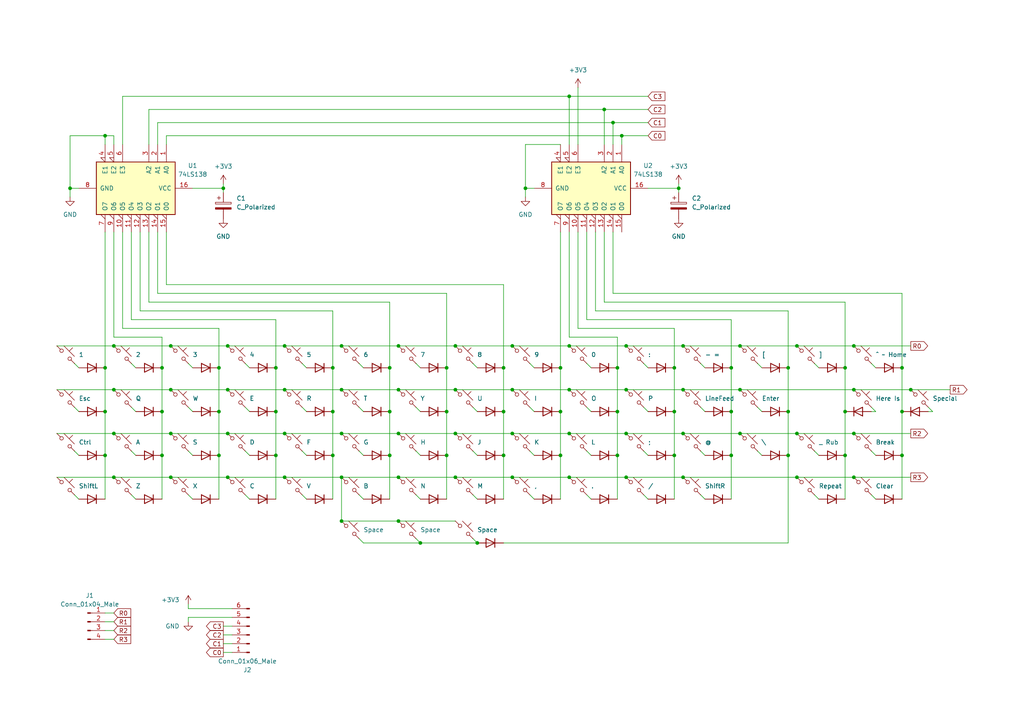
<source format=kicad_sch>
(kicad_sch (version 20211123) (generator eeschema)
  (paper "A4")
  (junction (at 33.02 100.33))
  (junction (at 148.59 113.03))
  (junction (at 96.52 106.68))
  (junction (at 146.05 106.68))
  (junction (at 247.65 138.43))
  (junction (at 162.56 106.68))
  (junction (at 115.57 113.03))
  (junction (at 148.59 125.73))
  (junction (at 82.55 113.03))
  (junction (at 132.08 138.43))
  (junction (at 261.62 106.68))
  (junction (at 212.09 132.08))
  (junction (at 99.06 125.73))
  (junction (at 152.4 54.61))
  (junction (at 165.1 113.03))
  (junction (at 96.52 119.38))
  (junction (at 63.5 106.68))
  (junction (at 49.53 100.33))
  (junction (at 82.55 100.33))
  (junction (at 99.06 151.13))
  (junction (at 121.92 157.48))
  (junction (at 181.61 113.03))
  (junction (at 245.11 106.68))
  (junction (at 214.63 125.73))
  (junction (at 99.06 113.03))
  (junction (at 80.01 119.38))
  (junction (at 66.04 100.33))
  (junction (at 132.08 125.73))
  (junction (at 63.5 119.38))
  (junction (at 129.54 106.68))
  (junction (at 113.03 119.38))
  (junction (at 264.16 113.03))
  (junction (at 228.6 119.38))
  (junction (at 228.6 132.08))
  (junction (at 179.07 106.68))
  (junction (at 30.48 106.68))
  (junction (at 162.56 119.38))
  (junction (at 180.34 39.37))
  (junction (at 132.08 100.33))
  (junction (at 66.04 125.73))
  (junction (at 165.1 138.43))
  (junction (at 49.53 138.43))
  (junction (at 148.59 138.43))
  (junction (at 30.48 119.38))
  (junction (at 66.04 113.03))
  (junction (at 261.62 119.38))
  (junction (at 115.57 125.73))
  (junction (at 181.61 138.43))
  (junction (at 195.58 106.68))
  (junction (at 181.61 100.33))
  (junction (at 115.57 100.33))
  (junction (at 198.12 100.33))
  (junction (at 115.57 151.13))
  (junction (at 162.56 132.08))
  (junction (at 146.05 132.08))
  (junction (at 33.02 125.73))
  (junction (at 247.65 113.03))
  (junction (at 64.77 54.61))
  (junction (at 46.99 132.08))
  (junction (at 231.14 100.33))
  (junction (at 247.65 125.73))
  (junction (at 99.06 100.33))
  (junction (at 198.12 113.03))
  (junction (at 30.48 39.37))
  (junction (at 49.53 125.73))
  (junction (at 129.54 119.38))
  (junction (at 179.07 132.08))
  (junction (at 247.65 100.33))
  (junction (at 195.58 119.38))
  (junction (at 46.99 119.38))
  (junction (at 66.04 138.43))
  (junction (at 181.61 125.73))
  (junction (at 212.09 119.38))
  (junction (at 214.63 100.33))
  (junction (at 132.08 113.03))
  (junction (at 245.11 132.08))
  (junction (at 261.62 132.08))
  (junction (at 165.1 125.73))
  (junction (at 231.14 125.73))
  (junction (at 80.01 106.68))
  (junction (at 195.58 132.08))
  (junction (at 82.55 138.43))
  (junction (at 228.6 106.68))
  (junction (at 148.59 100.33))
  (junction (at 99.06 138.43))
  (junction (at 212.09 106.68))
  (junction (at 165.1 27.94))
  (junction (at 115.57 138.43))
  (junction (at 129.54 132.08))
  (junction (at 82.55 125.73))
  (junction (at 245.11 119.38))
  (junction (at 198.12 125.73))
  (junction (at 177.8 35.56))
  (junction (at 113.03 132.08))
  (junction (at 231.14 138.43))
  (junction (at 96.52 132.08))
  (junction (at 30.48 132.08))
  (junction (at 33.02 113.03))
  (junction (at 196.85 54.61))
  (junction (at 33.02 138.43))
  (junction (at 198.12 138.43))
  (junction (at 165.1 100.33))
  (junction (at 46.99 106.68))
  (junction (at 80.01 132.08))
  (junction (at 175.26 31.75))
  (junction (at 146.05 119.38))
  (junction (at 20.32 54.61))
  (junction (at 113.03 106.68))
  (junction (at 49.53 113.03))
  (junction (at 214.63 113.03))
  (junction (at 179.07 119.38))
  (junction (at 138.43 157.48))
  (junction (at 63.5 132.08))
  (wire (pts (xy 33.02 100.33) (xy 49.53 100.33)))
  (wire (pts (xy 137.16 105.41) (xy 138.43 106.68)))
  (wire (pts (xy 33.02 39.37) (xy 30.48 39.37)))
  (wire (pts (xy 38.1 118.11) (xy 39.37 119.38)))
  (wire (pts (xy 40.64 67.31) (xy 40.64 90.17)))
  (wire (pts (xy 33.02 138.43) (xy 49.53 138.43)))
  (wire (pts (xy 71.12 118.11) (xy 72.39 119.38)))
  (wire (pts (xy 170.18 67.31) (xy 170.18 92.71)))
  (wire (pts (xy 113.03 106.68) (xy 113.03 119.38)))
  (wire (pts (xy 214.63 125.73) (xy 231.14 125.73)))
  (wire (pts (xy 82.55 125.73) (xy 99.06 125.73)))
  (wire (pts (xy 33.02 125.73) (xy 49.53 125.73)))
  (wire (pts (xy 252.73 105.41) (xy 254 106.68)))
  (wire (pts (xy 165.1 27.94) (xy 165.1 41.91)))
  (wire (pts (xy 120.65 143.51) (xy 121.92 144.78)))
  (wire (pts (xy 212.09 106.68) (xy 212.09 119.38)))
  (wire (pts (xy 212.09 132.08) (xy 212.09 144.78)))
  (wire (pts (xy 96.52 132.08) (xy 96.52 144.78)))
  (wire (pts (xy 96.52 90.17) (xy 40.64 90.17)))
  (wire (pts (xy 120.65 156.21) (xy 121.92 157.48)))
  (wire (pts (xy 245.11 106.68) (xy 245.11 119.38)))
  (wire (pts (xy 269.24 118.11) (xy 270.51 119.38)))
  (wire (pts (xy 179.07 106.68) (xy 179.07 119.38)))
  (wire (pts (xy 104.14 156.21) (xy 105.41 157.48)))
  (wire (pts (xy 175.26 31.75) (xy 187.96 31.75)))
  (wire (pts (xy 99.06 113.03) (xy 115.57 113.03)))
  (wire (pts (xy 45.72 67.31) (xy 45.72 85.09)))
  (wire (pts (xy 104.14 105.41) (xy 105.41 106.68)))
  (wire (pts (xy 46.99 119.38) (xy 46.99 132.08)))
  (wire (pts (xy 187.96 54.61) (xy 196.85 54.61)))
  (wire (pts (xy 121.92 157.48) (xy 138.43 157.48)))
  (wire (pts (xy 54.61 130.81) (xy 55.88 132.08)))
  (wire (pts (xy 148.59 125.73) (xy 165.1 125.73)))
  (wire (pts (xy 203.2 130.81) (xy 204.47 132.08)))
  (wire (pts (xy 67.31 189.23) (xy 64.77 189.23)))
  (wire (pts (xy 214.63 113.03) (xy 247.65 113.03)))
  (wire (pts (xy 152.4 54.61) (xy 154.94 54.61)))
  (wire (pts (xy 30.48 177.8) (xy 33.02 177.8)))
  (wire (pts (xy 181.61 113.03) (xy 198.12 113.03)))
  (wire (pts (xy 38.1 67.31) (xy 38.1 92.71)))
  (wire (pts (xy 264.16 113.03) (xy 275.59 113.03)))
  (wire (pts (xy 137.16 130.81) (xy 138.43 132.08)))
  (wire (pts (xy 96.52 106.68) (xy 96.52 119.38)))
  (wire (pts (xy 67.31 179.07) (xy 54.61 179.07)))
  (wire (pts (xy 203.2 105.41) (xy 204.47 106.68)))
  (wire (pts (xy 148.59 100.33) (xy 165.1 100.33)))
  (wire (pts (xy 180.34 41.91) (xy 180.34 39.37)))
  (wire (pts (xy 236.22 105.41) (xy 237.49 106.68)))
  (wire (pts (xy 82.55 138.43) (xy 99.06 138.43)))
  (wire (pts (xy 175.26 67.31) (xy 175.26 87.63)))
  (wire (pts (xy 148.59 113.03) (xy 165.1 113.03)))
  (wire (pts (xy 170.18 92.71) (xy 212.09 92.71)))
  (wire (pts (xy 30.48 106.68) (xy 30.48 119.38)))
  (wire (pts (xy 49.53 125.73) (xy 66.04 125.73)))
  (wire (pts (xy 153.67 105.41) (xy 154.94 106.68)))
  (wire (pts (xy 71.12 130.81) (xy 72.39 132.08)))
  (wire (pts (xy 231.14 138.43) (xy 247.65 138.43)))
  (wire (pts (xy 162.56 67.31) (xy 162.56 106.68)))
  (wire (pts (xy 198.12 100.33) (xy 214.63 100.33)))
  (wire (pts (xy 113.03 119.38) (xy 113.03 132.08)))
  (wire (pts (xy 96.52 106.68) (xy 96.52 90.17)))
  (wire (pts (xy 120.65 105.41) (xy 121.92 106.68)))
  (wire (pts (xy 99.06 125.73) (xy 115.57 125.73)))
  (wire (pts (xy 186.69 105.41) (xy 187.96 106.68)))
  (wire (pts (xy 129.54 106.68) (xy 129.54 85.09)))
  (wire (pts (xy 247.65 100.33) (xy 264.16 100.33)))
  (wire (pts (xy 30.48 185.42) (xy 33.02 185.42)))
  (wire (pts (xy 115.57 151.13) (xy 132.08 151.13)))
  (wire (pts (xy 152.4 41.91) (xy 152.4 54.61)))
  (wire (pts (xy 153.67 143.51) (xy 154.94 144.78)))
  (wire (pts (xy 214.63 100.33) (xy 231.14 100.33)))
  (wire (pts (xy 46.99 132.08) (xy 46.99 144.78)))
  (wire (pts (xy 33.02 67.31) (xy 33.02 97.79)))
  (wire (pts (xy 252.73 119.38) (xy 254 119.38)))
  (wire (pts (xy 33.02 113.03) (xy 49.53 113.03)))
  (wire (pts (xy 80.01 92.71) (xy 80.01 106.68)))
  (wire (pts (xy 48.26 82.55) (xy 146.05 82.55)))
  (wire (pts (xy 165.1 113.03) (xy 181.61 113.03)))
  (wire (pts (xy 146.05 106.68) (xy 146.05 119.38)))
  (wire (pts (xy 172.72 67.31) (xy 172.72 90.17)))
  (wire (pts (xy 48.26 39.37) (xy 48.26 41.91)))
  (wire (pts (xy 129.54 132.08) (xy 129.54 144.78)))
  (wire (pts (xy 105.41 157.48) (xy 121.92 157.48)))
  (wire (pts (xy 38.1 105.41) (xy 39.37 106.68)))
  (wire (pts (xy 63.5 106.68) (xy 63.5 119.38)))
  (wire (pts (xy 16.51 125.73) (xy 33.02 125.73)))
  (wire (pts (xy 228.6 132.08) (xy 228.6 157.48)))
  (wire (pts (xy 87.63 118.11) (xy 88.9 119.38)))
  (wire (pts (xy 64.77 53.34) (xy 64.77 54.61)))
  (wire (pts (xy 186.69 143.51) (xy 187.96 144.78)))
  (wire (pts (xy 120.65 118.11) (xy 121.92 119.38)))
  (wire (pts (xy 170.18 143.51) (xy 171.45 144.78)))
  (wire (pts (xy 167.64 67.31) (xy 167.64 95.25)))
  (wire (pts (xy 30.48 180.34) (xy 33.02 180.34)))
  (wire (pts (xy 120.65 130.81) (xy 121.92 132.08)))
  (wire (pts (xy 80.01 119.38) (xy 80.01 132.08)))
  (wire (pts (xy 46.99 106.68) (xy 46.99 119.38)))
  (wire (pts (xy 162.56 106.68) (xy 162.56 119.38)))
  (wire (pts (xy 99.06 138.43) (xy 115.57 138.43)))
  (wire (pts (xy 165.1 67.31) (xy 165.1 97.79)))
  (wire (pts (xy 38.1 143.51) (xy 39.37 144.78)))
  (wire (pts (xy 45.72 35.56) (xy 45.72 41.91)))
  (wire (pts (xy 67.31 184.15) (xy 64.77 184.15)))
  (wire (pts (xy 177.8 35.56) (xy 187.96 35.56)))
  (wire (pts (xy 186.69 118.11) (xy 187.96 119.38)))
  (wire (pts (xy 228.6 90.17) (xy 172.72 90.17)))
  (wire (pts (xy 71.12 105.41) (xy 72.39 106.68)))
  (wire (pts (xy 30.48 67.31) (xy 30.48 106.68)))
  (wire (pts (xy 54.61 105.41) (xy 55.88 106.68)))
  (wire (pts (xy 212.09 119.38) (xy 212.09 132.08)))
  (wire (pts (xy 63.5 119.38) (xy 63.5 132.08)))
  (wire (pts (xy 146.05 119.38) (xy 146.05 132.08)))
  (wire (pts (xy 87.63 143.51) (xy 88.9 144.78)))
  (wire (pts (xy 137.16 143.51) (xy 138.43 144.78)))
  (wire (pts (xy 181.61 100.33) (xy 198.12 100.33)))
  (wire (pts (xy 252.73 130.81) (xy 254 132.08)))
  (wire (pts (xy 228.6 106.68) (xy 228.6 119.38)))
  (wire (pts (xy 167.64 25.4) (xy 167.64 41.91)))
  (wire (pts (xy 113.03 87.63) (xy 113.03 106.68)))
  (wire (pts (xy 252.73 143.51) (xy 254 144.78)))
  (wire (pts (xy 129.54 119.38) (xy 129.54 132.08)))
  (wire (pts (xy 16.51 113.03) (xy 33.02 113.03)))
  (wire (pts (xy 115.57 125.73) (xy 132.08 125.73)))
  (wire (pts (xy 162.56 132.08) (xy 162.56 144.78)))
  (wire (pts (xy 54.61 143.51) (xy 55.88 144.78)))
  (wire (pts (xy 33.02 41.91) (xy 33.02 39.37)))
  (wire (pts (xy 45.72 35.56) (xy 177.8 35.56)))
  (wire (pts (xy 228.6 119.38) (xy 228.6 132.08)))
  (wire (pts (xy 175.26 41.91) (xy 175.26 31.75)))
  (wire (pts (xy 261.62 132.08) (xy 261.62 144.78)))
  (wire (pts (xy 80.01 106.68) (xy 80.01 119.38)))
  (wire (pts (xy 261.62 119.38) (xy 261.62 132.08)))
  (wire (pts (xy 212.09 92.71) (xy 212.09 106.68)))
  (wire (pts (xy 54.61 118.11) (xy 55.88 119.38)))
  (wire (pts (xy 132.08 138.43) (xy 148.59 138.43)))
  (wire (pts (xy 46.99 97.79) (xy 33.02 97.79)))
  (wire (pts (xy 71.12 143.51) (xy 72.39 144.78)))
  (wire (pts (xy 152.4 54.61) (xy 152.4 57.15)))
  (wire (pts (xy 165.1 125.73) (xy 181.61 125.73)))
  (wire (pts (xy 162.56 119.38) (xy 162.56 132.08)))
  (wire (pts (xy 247.65 138.43) (xy 264.16 138.43)))
  (wire (pts (xy 20.32 54.61) (xy 20.32 57.15)))
  (wire (pts (xy 231.14 125.73) (xy 247.65 125.73)))
  (wire (pts (xy 245.11 87.63) (xy 245.11 106.68)))
  (wire (pts (xy 162.56 41.91) (xy 152.4 41.91)))
  (wire (pts (xy 179.07 97.79) (xy 165.1 97.79)))
  (wire (pts (xy 195.58 95.25) (xy 167.64 95.25)))
  (wire (pts (xy 30.48 119.38) (xy 30.48 132.08)))
  (wire (pts (xy 228.6 90.17) (xy 228.6 106.68)))
  (wire (pts (xy 35.56 27.94) (xy 35.56 41.91)))
  (wire (pts (xy 236.22 143.51) (xy 237.49 144.78)))
  (wire (pts (xy 179.07 132.08) (xy 179.07 144.78)))
  (wire (pts (xy 219.71 118.11) (xy 220.98 119.38)))
  (wire (pts (xy 30.48 39.37) (xy 30.48 41.91)))
  (wire (pts (xy 165.1 27.94) (xy 187.96 27.94)))
  (wire (pts (xy 54.61 175.26) (xy 54.61 176.53)))
  (wire (pts (xy 132.08 100.33) (xy 148.59 100.33)))
  (wire (pts (xy 20.32 39.37) (xy 20.32 54.61)))
  (wire (pts (xy 170.18 130.81) (xy 171.45 132.08)))
  (wire (pts (xy 38.1 130.81) (xy 39.37 132.08)))
  (wire (pts (xy 198.12 138.43) (xy 231.14 138.43)))
  (wire (pts (xy 195.58 132.08) (xy 195.58 144.78)))
  (wire (pts (xy 43.18 87.63) (xy 113.03 87.63)))
  (wire (pts (xy 21.59 130.81) (xy 22.86 132.08)))
  (wire (pts (xy 170.18 105.41) (xy 171.45 106.68)))
  (wire (pts (xy 30.48 39.37) (xy 20.32 39.37)))
  (wire (pts (xy 181.61 138.43) (xy 198.12 138.43)))
  (wire (pts (xy 203.2 143.51) (xy 204.47 144.78)))
  (wire (pts (xy 195.58 119.38) (xy 195.58 132.08)))
  (wire (pts (xy 148.59 138.43) (xy 165.1 138.43)))
  (wire (pts (xy 261.62 85.09) (xy 177.8 85.09)))
  (wire (pts (xy 247.65 113.03) (xy 264.16 113.03)))
  (wire (pts (xy 43.18 67.31) (xy 43.18 87.63)))
  (wire (pts (xy 66.04 125.73) (xy 82.55 125.73)))
  (wire (pts (xy 67.31 186.69) (xy 64.77 186.69)))
  (wire (pts (xy 35.56 27.94) (xy 165.1 27.94)))
  (wire (pts (xy 245.11 132.08) (xy 245.11 144.78)))
  (wire (pts (xy 64.77 54.61) (xy 64.77 55.88)))
  (wire (pts (xy 129.54 106.68) (xy 129.54 119.38)))
  (wire (pts (xy 132.08 125.73) (xy 148.59 125.73)))
  (wire (pts (xy 49.53 138.43) (xy 66.04 138.43)))
  (wire (pts (xy 87.63 130.81) (xy 88.9 132.08)))
  (wire (pts (xy 99.06 151.13) (xy 115.57 151.13)))
  (wire (pts (xy 186.69 130.81) (xy 187.96 132.08)))
  (wire (pts (xy 198.12 113.03) (xy 214.63 113.03)))
  (wire (pts (xy 231.14 100.33) (xy 247.65 100.33)))
  (wire (pts (xy 66.04 138.43) (xy 82.55 138.43)))
  (wire (pts (xy 219.71 130.81) (xy 220.98 132.08)))
  (wire (pts (xy 99.06 100.33) (xy 115.57 100.33)))
  (wire (pts (xy 49.53 113.03) (xy 66.04 113.03)))
  (wire (pts (xy 104.14 118.11) (xy 105.41 119.38)))
  (wire (pts (xy 261.62 106.68) (xy 261.62 119.38)))
  (wire (pts (xy 132.08 113.03) (xy 148.59 113.03)))
  (wire (pts (xy 43.18 31.75) (xy 43.18 41.91)))
  (wire (pts (xy 87.63 105.41) (xy 88.9 106.68)))
  (wire (pts (xy 115.57 113.03) (xy 132.08 113.03)))
  (wire (pts (xy 21.59 143.51) (xy 22.86 144.78)))
  (wire (pts (xy 137.16 156.21) (xy 138.43 157.48)))
  (wire (pts (xy 198.12 125.73) (xy 214.63 125.73)))
  (wire (pts (xy 16.51 138.43) (xy 33.02 138.43)))
  (wire (pts (xy 82.55 113.03) (xy 99.06 113.03)))
  (wire (pts (xy 196.85 53.34) (xy 196.85 54.61)))
  (wire (pts (xy 21.59 118.11) (xy 22.86 119.38)))
  (wire (pts (xy 203.2 118.11) (xy 204.47 119.38)))
  (wire (pts (xy 146.05 132.08) (xy 146.05 144.78)))
  (wire (pts (xy 269.24 119.38) (xy 270.51 119.38)))
  (wire (pts (xy 38.1 92.71) (xy 80.01 92.71)))
  (wire (pts (xy 30.48 132.08) (xy 30.48 144.78)))
  (wire (pts (xy 236.22 130.81) (xy 237.49 132.08)))
  (wire (pts (xy 228.6 157.48) (xy 146.05 157.48)))
  (wire (pts (xy 21.59 105.41) (xy 22.86 106.68)))
  (wire (pts (xy 99.06 138.43) (xy 99.06 151.13)))
  (wire (pts (xy 66.04 100.33) (xy 82.55 100.33)))
  (wire (pts (xy 113.03 132.08) (xy 113.03 144.78)))
  (wire (pts (xy 115.57 138.43) (xy 132.08 138.43)))
  (wire (pts (xy 16.51 100.33) (xy 33.02 100.33)))
  (wire (pts (xy 175.26 87.63) (xy 245.11 87.63)))
  (wire (pts (xy 30.48 182.88) (xy 33.02 182.88)))
  (wire (pts (xy 180.34 39.37) (xy 48.26 39.37)))
  (wire (pts (xy 175.26 31.75) (xy 43.18 31.75)))
  (wire (pts (xy 146.05 82.55) (xy 146.05 106.68)))
  (wire (pts (xy 153.67 118.11) (xy 154.94 119.38)))
  (wire (pts (xy 46.99 106.68) (xy 46.99 97.79)))
  (wire (pts (xy 104.14 143.51) (xy 105.41 144.78)))
  (wire (pts (xy 129.54 85.09) (xy 45.72 85.09)))
  (wire (pts (xy 219.71 105.41) (xy 220.98 106.68)))
  (wire (pts (xy 179.07 97.79) (xy 179.07 106.68)))
  (wire (pts (xy 247.65 125.73) (xy 264.16 125.73)))
  (wire (pts (xy 104.14 130.81) (xy 105.41 132.08)))
  (wire (pts (xy 63.5 95.25) (xy 35.56 95.25)))
  (wire (pts (xy 80.01 132.08) (xy 80.01 144.78)))
  (wire (pts (xy 261.62 85.09) (xy 261.62 106.68)))
  (wire (pts (xy 96.52 119.38) (xy 96.52 132.08)))
  (wire (pts (xy 63.5 132.08) (xy 63.5 144.78)))
  (wire (pts (xy 115.57 100.33) (xy 132.08 100.33)))
  (wire (pts (xy 82.55 100.33) (xy 99.06 100.33)))
  (wire (pts (xy 67.31 181.61) (xy 64.77 181.61)))
  (wire (pts (xy 66.04 113.03) (xy 82.55 113.03)))
  (wire (pts (xy 252.73 118.11) (xy 254 119.38)))
  (wire (pts (xy 49.53 100.33) (xy 66.04 100.33)))
  (wire (pts (xy 55.88 54.61) (xy 64.77 54.61)))
  (wire (pts (xy 165.1 138.43) (xy 181.61 138.43)))
  (wire (pts (xy 177.8 67.31) (xy 177.8 85.09)))
  (wire (pts (xy 20.32 54.61) (xy 22.86 54.61)))
  (wire (pts (xy 179.07 119.38) (xy 179.07 132.08)))
  (wire (pts (xy 137.16 118.11) (xy 138.43 119.38)))
  (wire (pts (xy 48.26 67.31) (xy 48.26 82.55)))
  (wire (pts (xy 195.58 95.25) (xy 195.58 106.68)))
  (wire (pts (xy 170.18 118.11) (xy 171.45 119.38)))
  (wire (pts (xy 195.58 106.68) (xy 195.58 119.38)))
  (wire (pts (xy 165.1 100.33) (xy 181.61 100.33)))
  (wire (pts (xy 54.61 179.07) (xy 54.61 180.34)))
  (wire (pts (xy 180.34 39.37) (xy 187.96 39.37)))
  (wire (pts (xy 177.8 35.56) (xy 177.8 41.91)))
  (wire (pts (xy 63.5 106.68) (xy 63.5 95.25)))
  (wire (pts (xy 245.11 119.38) (xy 245.11 132.08)))
  (wire (pts (xy 153.67 130.81) (xy 154.94 132.08)))
  (wire (pts (xy 196.85 54.61) (xy 196.85 55.88)))
  (wire (pts (xy 35.56 67.31) (xy 35.56 95.25)))
  (wire (pts (xy 54.61 176.53) (xy 67.31 176.53)))
  (wire (pts (xy 181.61 125.73) (xy 198.12 125.73)))
  (global_label "C2" (shape output) (at 64.77 184.15 180) (property "Intersheet References" "${INTERSHEET_REFS}" (effects hide)))
  (global_label "C3" (shape output) (at 64.77 181.61 180) (property "Intersheet References" "${INTERSHEET_REFS}" (effects hide)))
  (global_label "R0" (shape output) (at 264.16 100.33 0) (property "Intersheet References" "${INTERSHEET_REFS}" (effects hide)))
  (global_label "R1" (shape output) (at 275.59 113.03 0) (property "Intersheet References" "${INTERSHEET_REFS}" (effects hide)))
  (global_label "R0" (shape input) (at 33.02 177.8 0) (property "Intersheet References" "${INTERSHEET_REFS}" (effects hide)))
  (global_label "C3" (shape input) (at 187.96 27.94 0) (property "Intersheet References" "${INTERSHEET_REFS}" (effects hide)))
  (global_label "C0" (shape output) (at 64.77 189.23 180) (property "Intersheet References" "${INTERSHEET_REFS}" (effects hide)))
  (global_label "R1" (shape input) (at 33.02 180.34 0) (property "Intersheet References" "${INTERSHEET_REFS}" (effects hide)))
  (global_label "C1" (shape output) (at 64.77 186.69 180) (property "Intersheet References" "${INTERSHEET_REFS}" (effects hide)))
  (global_label "C1" (shape input) (at 187.96 35.56 0) (property "Intersheet References" "${INTERSHEET_REFS}" (effects hide)))
  (global_label "C0" (shape input) (at 187.96 39.37 0) (property "Intersheet References" "${INTERSHEET_REFS}" (effects hide)))
  (global_label "C2" (shape input) (at 187.96 31.75 0) (property "Intersheet References" "${INTERSHEET_REFS}" (effects hide)))
  (global_label "R3" (shape input) (at 33.02 185.42 0) (property "Intersheet References" "${INTERSHEET_REFS}" (effects hide)))
  (global_label "R3" (shape output) (at 264.16 138.43 0) (property "Intersheet References" "${INTERSHEET_REFS}" (effects hide)))
  (global_label "R2" (shape output) (at 264.16 125.73 0) (property "Intersheet References" "${INTERSHEET_REFS}" (effects hide)))
  (global_label "R2" (shape input) (at 33.02 182.88 0) (property "Intersheet References" "${INTERSHEET_REFS}" (effects hide)))
  (symbol (lib_id "Connector:Conn_01x04_Male") (at 25.4 180.34 0) (unit 1)
    (property "Reference" "J1" (at 26.035 172.72 0))
    (property "Value" "Conn_01x04_Male" (at 26.035 175.26 0))
    (property "Footprint" "Connector_PinHeader_2.54mm:PinHeader_1x04_P2.54mm_Horizontal" (effects hide))
  )
  (symbol (lib_id "Switch:SW_Push_45deg") (at 233.68 102.87 270) (mirror x) (unit 1)
    (property "Reference" "SW55" (effects hide))
    (property "Value" "]" (at 237.49 102.8699 90) (effects (justify left)))
    (property "Footprint" "Keys:SW_Hybrid_Cherry_MX_Alps_1.00u" (effects hide))
  )
  (symbol (lib_id "Diode:1N4148") (at 241.3 132.08 0) (mirror y) (unit 1)
    (property "Reference" "D54" (effects hide))
    (property "Value" "1N4148" (effects hide))
    (property "Footprint" "Diode_THT:D_DO-35_SOD27_P7.62mm_Horizontal" (effects hide))
    (property "Datasheet" "https://assets.nexperia.com/documents/data-sheet/1N4148_1N4448.pdf" (effects hide))
  )
  (symbol (lib_id "Diode:1N4148") (at 224.79 106.68 0) (mirror y) (unit 1)
    (property "Reference" "D50" (effects hide))
    (property "Value" "1N4148" (effects hide))
    (property "Footprint" "Diode_THT:D_DO-35_SOD27_P7.62mm_Horizontal" (effects hide))
    (property "Datasheet" "https://assets.nexperia.com/documents/data-sheet/1N4148_1N4448.pdf" (effects hide))
  )
  (symbol (lib_id "Switch:SW_Push_45deg") (at 266.7 115.57 270) (mirror x) (unit 1)
    (property "Reference" "SW62" (effects hide))
    (property "Value" "Special" (at 270.51 115.5699 90) (effects (justify left)))
    (property "Footprint" "Button_Switch_THT:SW_PUSH-12mm" (effects hide))
  )
  (symbol (lib_id "Switch:SW_Push_45deg") (at 200.66 115.57 270) (mirror x) (unit 1)
    (property "Reference" "SW49" (effects hide))
    (property "Value" "LineFeed" (at 204.47 115.5699 90) (effects (justify left)))
    (property "Footprint" "Keys:SW_Hybrid_Cherry_MX_Alps_1.00u" (effects hide))
  )
  (symbol (lib_id "Diode:1N4148") (at 191.77 106.68 0) (mirror y) (unit 1)
    (property "Reference" "D42" (effects hide))
    (property "Value" "1N4148" (effects hide))
    (property "Footprint" "Diode_THT:D_DO-35_SOD27_P7.62mm_Horizontal" (effects hide))
    (property "Datasheet" "https://assets.nexperia.com/documents/data-sheet/1N4148_1N4448.pdf" (effects hide))
  )
  (symbol (lib_id "Switch:SW_Push_45deg") (at 52.07 128.27 270) (mirror x) (unit 1)
    (property "Reference" "SW11" (effects hide))
    (property "Value" "S" (at 55.88 128.2699 90) (effects (justify left)))
    (property "Footprint" "Keys:SW_Hybrid_Cherry_MX_Alps_1.00u" (effects hide))
  )
  (symbol (lib_id "power:GND") (at 64.77 63.5 0) (unit 1)
    (property "Reference" "#PWR0107" (effects hide))
    (property "Value" "GND" (at 64.77 68.58 0))
  )
  (symbol (lib_id "Diode:1N4148") (at 191.77 144.78 0) (mirror y) (unit 1)
    (property "Reference" "D45" (effects hide))
    (property "Value" "1N4148" (effects hide))
    (property "Footprint" "Diode_THT:D_DO-35_SOD27_P7.62mm_Horizontal" (effects hide))
    (property "Datasheet" "https://assets.nexperia.com/documents/data-sheet/1N4148_1N4448.pdf" (effects hide))
  )
  (symbol (lib_id "Diode:1N4148") (at 43.18 106.68 0) (mirror y) (unit 1)
    (property "Reference" "D5" (effects hide))
    (property "Value" "1N4148" (effects hide))
    (property "Footprint" "Diode_THT:D_DO-35_SOD27_P7.62mm_Horizontal" (effects hide))
    (property "Datasheet" "https://assets.nexperia.com/documents/data-sheet/1N4148_1N4448.pdf" (effects hide))
  )
  (symbol (lib_id "Switch:SW_Push_45deg") (at 101.6 102.87 270) (mirror x) (unit 1)
    (property "Reference" "SW21" (effects hide))
    (property "Value" "6" (at 105.41 102.8699 90) (effects (justify left)))
    (property "Footprint" "Keys:SW_Hybrid_Cherry_MX_Alps_1.00u" (effects hide))
  )
  (symbol (lib_id "Diode:1N4148") (at 142.24 106.68 0) (mirror y) (unit 1)
    (property "Reference" "D29" (effects hide))
    (property "Value" "1N4148" (effects hide))
    (property "Footprint" "Diode_THT:D_DO-35_SOD27_P7.62mm_Horizontal" (effects hide))
    (property "Datasheet" "https://assets.nexperia.com/documents/data-sheet/1N4148_1N4448.pdf" (effects hide))
  )
  (symbol (lib_id "Switch:SW_Push_45deg") (at 101.6 140.97 270) (mirror x) (unit 1)
    (property "Reference" "SW24" (effects hide))
    (property "Value" "B" (at 105.41 140.9699 90) (effects (justify left)))
    (property "Footprint" "Keys:SW_Hybrid_Cherry_MX_Alps_1.00u" (effects hide))
  )
  (symbol (lib_id "Diode:1N4148") (at 43.18 144.78 0) (mirror y) (unit 1)
    (property "Reference" "D8" (effects hide))
    (property "Value" "1N4148" (effects hide))
    (property "Footprint" "Diode_THT:D_DO-35_SOD27_P7.62mm_Horizontal" (effects hide))
    (property "Datasheet" "https://assets.nexperia.com/documents/data-sheet/1N4148_1N4448.pdf" (effects hide))
  )
  (symbol (lib_id "Switch:SW_Push_45deg") (at 217.17 102.87 270) (mirror x) (unit 1)
    (property "Reference" "SW52" (effects hide))
    (property "Value" "[" (at 220.98 102.8699 90) (effects (justify left)))
    (property "Footprint" "Keys:SW_Hybrid_Cherry_MX_Alps_1.00u" (effects hide))
  )
  (symbol (lib_id "Connector:Conn_01x06_Male") (at 72.39 184.15 180) (unit 1)
    (property "Reference" "J2" (at 71.755 194.31 0))
    (property "Value" "Conn_01x06_Male" (at 71.755 191.77 0))
    (property "Footprint" "Connector_PinHeader_2.54mm:PinHeader_1x06_P2.54mm_Horizontal" (effects hide))
  )
  (symbol (lib_id "Switch:SW_Push_45deg") (at 167.64 115.57 270) (mirror x) (unit 1)
    (property "Reference" "SW41" (effects hide))
    (property "Value" "O" (at 171.45 115.5699 90) (effects (justify left)))
    (property "Footprint" "Keys:SW_Hybrid_Cherry_MX_Alps_1.00u" (effects hide))
  )
  (symbol (lib_id "Switch:SW_Push_45deg") (at 250.19 102.87 270) (mirror x) (unit 1)
    (property "Reference" "SW58" (effects hide))
    (property "Value" "^ ~ Home" (at 254 102.8699 90) (effects (justify left)))
    (property "Footprint" "Keys:SW_Hybrid_Cherry_MX_Alps_1.00u" (effects hide))
  )
  (symbol (lib_id "Switch:SW_Push_45deg") (at 35.56 102.87 270) (mirror x) (unit 1)
    (property "Reference" "SW5" (effects hide))
    (property "Value" "2" (at 39.37 102.8699 90) (effects (justify left)))
    (property "Footprint" "Keys:SW_Hybrid_Cherry_MX_Alps_1.00u" (effects hide))
  )
  (symbol (lib_id "Diode:1N4148") (at 175.26 144.78 0) (mirror y) (unit 1)
    (property "Reference" "D41" (effects hide))
    (property "Value" "1N4148" (effects hide))
    (property "Footprint" "Diode_THT:D_DO-35_SOD27_P7.62mm_Horizontal" (effects hide))
    (property "Datasheet" "https://assets.nexperia.com/documents/data-sheet/1N4148_1N4448.pdf" (effects hide))
  )
  (symbol (lib_id "Diode:1N4148") (at 241.3 106.68 0) (mirror y) (unit 1)
    (property "Reference" "D53" (effects hide))
    (property "Value" "1N4148" (effects hide))
    (property "Footprint" "Diode_THT:D_DO-35_SOD27_P7.62mm_Horizontal" (effects hide))
    (property "Datasheet" "https://assets.nexperia.com/documents/data-sheet/1N4148_1N4448.pdf" (effects hide))
  )
  (symbol (lib_id "power:GND") (at 152.4 57.15 0) (unit 1)
    (property "Reference" "#PWR0101" (effects hide))
    (property "Value" "GND" (at 152.4 62.23 0))
  )
  (symbol (lib_id "Diode:1N4148") (at 26.67 144.78 0) (mirror y) (unit 1)
    (property "Reference" "D4" (effects hide))
    (property "Value" "1N4148" (effects hide))
    (property "Footprint" "Diode_THT:D_DO-35_SOD27_P7.62mm_Horizontal" (effects hide))
    (property "Datasheet" "https://assets.nexperia.com/documents/data-sheet/1N4148_1N4448.pdf" (effects hide))
  )
  (symbol (lib_id "Diode:1N4148") (at 59.69 144.78 0) (mirror y) (unit 1)
    (property "Reference" "D12" (effects hide))
    (property "Value" "1N4148" (effects hide))
    (property "Footprint" "Diode_THT:D_DO-35_SOD27_P7.62mm_Horizontal" (effects hide))
    (property "Datasheet" "https://assets.nexperia.com/documents/data-sheet/1N4148_1N4448.pdf" (effects hide))
  )
  (symbol (lib_id "Switch:SW_Push_45deg") (at 134.62 102.87 270) (mirror x) (unit 1)
    (property "Reference" "SW31" (effects hide))
    (property "Value" "8" (at 138.43 102.8699 90) (effects (justify left)))
    (property "Footprint" "Keys:SW_Hybrid_Cherry_MX_Alps_1.00u" (effects hide))
  )
  (symbol (lib_id "Switch:SW_Push_45deg") (at 101.6 115.57 270) (mirror x) (unit 1)
    (property "Reference" "SW22" (effects hide))
    (property "Value" "T" (at 105.41 115.5699 90) (effects (justify left)))
    (property "Footprint" "Keys:SW_Hybrid_Cherry_MX_Alps_1.00u" (effects hide))
  )
  (symbol (lib_id "power:+3V3") (at 196.85 53.34 0) (unit 1)
    (property "Reference" "#PWR0105" (effects hide))
    (property "Value" "+3V3" (at 196.85 48.26 0))
  )
  (symbol (lib_id "Switch:SW_Push_45deg") (at 85.09 140.97 270) (mirror x) (unit 1)
    (property "Reference" "SW20" (effects hide))
    (property "Value" "V" (at 88.9 140.9699 90) (effects (justify left)))
    (property "Footprint" "Keys:SW_Hybrid_Cherry_MX_Alps_1.00u" (effects hide))
  )
  (symbol (lib_id "Diode:1N4148") (at 26.67 106.68 0) (mirror y) (unit 1)
    (property "Reference" "D1" (effects hide))
    (property "Value" "1N4148" (effects hide))
    (property "Footprint" "Diode_THT:D_DO-35_SOD27_P7.62mm_Horizontal" (effects hide))
    (property "Datasheet" "https://assets.nexperia.com/documents/data-sheet/1N4148_1N4448.pdf" (effects hide))
  )
  (symbol (lib_id "Diode:1N4148") (at 92.71 119.38 0) (mirror y) (unit 1)
    (property "Reference" "D18" (effects hide))
    (property "Value" "1N4148" (effects hide))
    (property "Footprint" "Diode_THT:D_DO-35_SOD27_P7.62mm_Horizontal" (effects hide))
    (property "Datasheet" "https://assets.nexperia.com/documents/data-sheet/1N4148_1N4448.pdf" (effects hide))
  )
  (symbol (lib_id "Diode:1N4148") (at 92.71 144.78 0) (mirror y) (unit 1)
    (property "Reference" "D20" (effects hide))
    (property "Value" "1N4148" (effects hide))
    (property "Footprint" "Diode_THT:D_DO-35_SOD27_P7.62mm_Horizontal" (effects hide))
    (property "Datasheet" "https://assets.nexperia.com/documents/data-sheet/1N4148_1N4448.pdf" (effects hide))
  )
  (symbol (lib_id "Diode:1N4148") (at 175.26 119.38 0) (mirror y) (unit 1)
    (property "Reference" "D39" (effects hide))
    (property "Value" "1N4148" (effects hide))
    (property "Footprint" "Diode_THT:D_DO-35_SOD27_P7.62mm_Horizontal" (effects hide))
    (property "Datasheet" "https://assets.nexperia.com/documents/data-sheet/1N4148_1N4448.pdf" (effects hide))
  )
  (symbol (lib_id "Diode:1N4148") (at 76.2 132.08 0) (mirror y) (unit 1)
    (property "Reference" "D15" (effects hide))
    (property "Value" "1N4148" (effects hide))
    (property "Footprint" "Diode_THT:D_DO-35_SOD27_P7.62mm_Horizontal" (effects hide))
    (property "Datasheet" "https://assets.nexperia.com/documents/data-sheet/1N4148_1N4448.pdf" (effects hide))
  )
  (symbol (lib_id "Switch:SW_Push_45deg") (at 52.07 140.97 270) (mirror x) (unit 1)
    (property "Reference" "SW12" (effects hide))
    (property "Value" "X" (at 55.88 140.9699 90) (effects (justify left)))
    (property "Footprint" "Keys:SW_Hybrid_Cherry_MX_Alps_1.00u" (effects hide))
  )
  (symbol (lib_id "Switch:SW_Push_45deg") (at 118.11 153.67 270) (mirror x) (unit 1)
    (property "Reference" "SW30" (effects hide))
    (property "Value" "Space" (at 121.92 153.6699 90) (effects (justify left)))
    (property "Footprint" "Keys:SW_Hybrid_Cherry_MX_Alps_2.00u" (effects hide))
  )
  (symbol (lib_id "Diode:1N4148") (at 125.73 132.08 0) (mirror y) (unit 1)
    (property "Reference" "D27" (effects hide))
    (property "Value" "1N4148" (effects hide))
    (property "Footprint" "Diode_THT:D_DO-35_SOD27_P7.62mm_Horizontal" (effects hide))
    (property "Datasheet" "https://assets.nexperia.com/documents/data-sheet/1N4148_1N4448.pdf" (effects hide))
  )
  (symbol (lib_id "power:+3V3") (at 64.77 53.34 0) (unit 1)
    (property "Reference" "#PWR0103" (effects hide))
    (property "Value" "+3V3" (at 64.77 48.26 0))
  )
  (symbol (lib_id "Diode:1N4148") (at 158.75 132.08 0) (mirror y) (unit 1)
    (property "Reference" "D36" (effects hide))
    (property "Value" "1N4148" (effects hide))
    (property "Footprint" "Diode_THT:D_DO-35_SOD27_P7.62mm_Horizontal" (effects hide))
    (property "Datasheet" "https://assets.nexperia.com/documents/data-sheet/1N4148_1N4448.pdf" (effects hide))
  )
  (symbol (lib_id "Diode:1N4148") (at 265.43 119.38 0) (mirror x) (unit 1)
    (property "Reference" "D60" (effects hide))
    (property "Value" "1N4148" (effects hide))
    (property "Footprint" "Diode_THT:D_DO-35_SOD27_P7.62mm_Horizontal" (effects hide))
    (property "Datasheet" "https://assets.nexperia.com/documents/data-sheet/1N4148_1N4448.pdf" (effects hide))
  )
  (symbol (lib_id "Switch:SW_Push_45deg") (at 85.09 115.57 270) (mirror x) (unit 1)
    (property "Reference" "SW18" (effects hide))
    (property "Value" "R" (at 88.9 115.5699 90) (effects (justify left)))
    (property "Footprint" "Keys:SW_Hybrid_Cherry_MX_Alps_1.00u" (effects hide))
  )
  (symbol (lib_id "Diode:1N4148") (at 248.92 119.38 0) (mirror x) (unit 1)
    (property "Reference" "D57" (effects hide))
    (property "Value" "1N4148" (effects hide))
    (property "Footprint" "Diode_THT:D_DO-35_SOD27_P7.62mm_Horizontal" (effects hide))
    (property "Datasheet" "https://assets.nexperia.com/documents/data-sheet/1N4148_1N4448.pdf" (effects hide))
  )
  (symbol (lib_id "Diode:1N4148") (at 26.67 132.08 0) (mirror y) (unit 1)
    (property "Reference" "D3" (effects hide))
    (property "Value" "1N4148" (effects hide))
    (property "Footprint" "Diode_THT:D_DO-35_SOD27_P7.62mm_Horizontal" (effects hide))
    (property "Datasheet" "https://assets.nexperia.com/documents/data-sheet/1N4148_1N4448.pdf" (effects hide))
  )
  (symbol (lib_id "Switch:SW_Push_45deg") (at 167.64 140.97 270) (mirror x) (unit 1)
    (property "Reference" "SW43" (effects hide))
    (property "Value" "." (at 171.45 140.9699 90) (effects (justify left)))
    (property "Footprint" "Keys:SW_Hybrid_Cherry_MX_Alps_1.00u" (effects hide))
  )
  (symbol (lib_id "Switch:SW_Push_45deg") (at 250.19 128.27 270) (mirror x) (unit 1)
    (property "Reference" "SW60" (effects hide))
    (property "Value" "Break" (at 254 128.2699 90) (effects (justify left)))
    (property "Footprint" "Keys:SW_Hybrid_Cherry_MX_Alps_1.00u" (effects hide))
  )
  (symbol (lib_id "Switch:SW_Push_45deg") (at 19.05 115.57 270) (mirror x) (unit 1)
    (property "Reference" "SW2" (effects hide))
    (property "Value" "Esc" (at 22.86 115.5699 90) (effects (justify left)))
    (property "Footprint" "Keys:SW_Hybrid_Cherry_MX_Alps_1.00u" (effects hide))
  )
  (symbol (lib_id "Switch:SW_Push_45deg") (at 151.13 102.87 270) (mirror x) (unit 1)
    (property "Reference" "SW36" (effects hide))
    (property "Value" "9" (at 154.94 102.8699 90) (effects (justify left)))
    (property "Footprint" "Keys:SW_Hybrid_Cherry_MX_Alps_1.00u" (effects hide))
  )
  (symbol (lib_id "Switch:SW_Push_45deg") (at 52.07 115.57 270) (mirror x) (unit 1)
    (property "Reference" "SW10" (effects hide))
    (property "Value" "W" (at 55.88 115.5699 90) (effects (justify left)))
    (property "Footprint" "Keys:SW_Hybrid_Cherry_MX_Alps_1.00u" (effects hide))
  )
  (symbol (lib_id "Switch:SW_Push_45deg") (at 118.11 128.27 270) (mirror x) (unit 1)
    (property "Reference" "SW28" (effects hide))
    (property "Value" "H" (at 121.92 128.2699 90) (effects (justify left)))
    (property "Footprint" "Keys:SW_Hybrid_Cherry_MX_Alps_1.00u" (effects hide))
  )
  (symbol (lib_id "Diode:1N4148") (at 224.79 119.38 0) (mirror y) (unit 1)
    (property "Reference" "D51" (effects hide))
    (property "Value" "1N4148" (effects hide))
    (property "Footprint" "Diode_THT:D_DO-35_SOD27_P7.62mm_Horizontal" (effects hide))
    (property "Datasheet" "https://assets.nexperia.com/documents/data-sheet/1N4148_1N4448.pdf" (effects hide))
  )
  (symbol (lib_id "Diode:1N4148") (at 76.2 119.38 0) (mirror y) (unit 1)
    (property "Reference" "D14" (effects hide))
    (property "Value" "1N4148" (effects hide))
    (property "Footprint" "Diode_THT:D_DO-35_SOD27_P7.62mm_Horizontal" (effects hide))
    (property "Datasheet" "https://assets.nexperia.com/documents/data-sheet/1N4148_1N4448.pdf" (effects hide))
  )
  (symbol (lib_id "Diode:1N4148") (at 257.81 106.68 0) (mirror y) (unit 1)
    (property "Reference" "D56" (effects hide))
    (property "Value" "1N4148" (effects hide))
    (property "Footprint" "Diode_THT:D_DO-35_SOD27_P7.62mm_Horizontal" (effects hide))
    (property "Datasheet" "https://assets.nexperia.com/documents/data-sheet/1N4148_1N4448.pdf" (effects hide))
  )
  (symbol (lib_id "Diode:1N4148") (at 142.24 119.38 0) (mirror y) (unit 1)
    (property "Reference" "D30" (effects hide))
    (property "Value" "1N4148" (effects hide))
    (property "Footprint" "Diode_THT:D_DO-35_SOD27_P7.62mm_Horizontal" (effects hide))
    (property "Datasheet" "https://assets.nexperia.com/documents/data-sheet/1N4148_1N4448.pdf" (effects hide))
  )
  (symbol (lib_id "Switch:SW_Push_45deg") (at 85.09 128.27 270) (mirror x) (unit 1)
    (property "Reference" "SW19" (effects hide))
    (property "Value" "F" (at 88.9 128.2699 90) (effects (justify left)))
    (property "Footprint" "Keys:SW_Hybrid_Cherry_MX_Alps_1.00u" (effects hide))
  )
  (symbol (lib_id "Diode:1N4148") (at 76.2 106.68 0) (mirror y) (unit 1)
    (property "Reference" "D13" (effects hide))
    (property "Value" "1N4148" (effects hide))
    (property "Footprint" "Diode_THT:D_DO-35_SOD27_P7.62mm_Horizontal" (effects hide))
    (property "Datasheet" "https://assets.nexperia.com/documents/data-sheet/1N4148_1N4448.pdf" (effects hide))
  )
  (symbol (lib_id "Switch:SW_Push_45deg") (at 151.13 115.57 270) (mirror x) (unit 1)
    (property "Reference" "SW37" (effects hide))
    (property "Value" "I" (at 154.94 115.5699 90) (effects (justify left)))
    (property "Footprint" "Keys:SW_Hybrid_Cherry_MX_Alps_1.00u" (effects hide))
  )
  (symbol (lib_id "Diode:1N4148") (at 208.28 106.68 0) (mirror y) (unit 1)
    (property "Reference" "D46" (effects hide))
    (property "Value" "1N4148" (effects hide))
    (property "Footprint" "Diode_THT:D_DO-35_SOD27_P7.62mm_Horizontal" (effects hide))
    (property "Datasheet" "https://assets.nexperia.com/documents/data-sheet/1N4148_1N4448.pdf" (effects hide))
  )
  (symbol (lib_id "Diode:1N4148") (at 175.26 106.68 0) (mirror y) (unit 1)
    (property "Reference" "D38" (effects hide))
    (property "Value" "1N4148" (effects hide))
    (property "Footprint" "Diode_THT:D_DO-35_SOD27_P7.62mm_Horizontal" (effects hide))
    (property "Datasheet" "https://assets.nexperia.com/documents/data-sheet/1N4148_1N4448.pdf" (effects hide))
  )
  (symbol (lib_id "Diode:1N4148") (at 158.75 144.78 0) (mirror y) (unit 1)
    (property "Reference" "D37" (effects hide))
    (property "Value" "1N4148" (effects hide))
    (property "Footprint" "Diode_THT:D_DO-35_SOD27_P7.62mm_Horizontal" (effects hide))
    (property "Datasheet" "https://assets.nexperia.com/documents/data-sheet/1N4148_1N4448.pdf" (effects hide))
  )
  (symbol (lib_id "Diode:1N4148") (at 208.28 144.78 0) (mirror y) (unit 1)
    (property "Reference" "D49" (effects hide))
    (property "Value" "1N4148" (effects hide))
    (property "Footprint" "Diode_THT:D_DO-35_SOD27_P7.62mm_Horizontal" (effects hide))
    (property "Datasheet" "https://assets.nexperia.com/documents/data-sheet/1N4148_1N4448.pdf" (effects hide))
  )
  (symbol (lib_id "Switch:SW_Push_45deg") (at 167.64 128.27 270) (mirror x) (unit 1)
    (property "Reference" "SW42" (effects hide))
    (property "Value" "L" (at 171.45 128.2699 90) (effects (justify left)))
    (property "Footprint" "Keys:SW_Hybrid_Cherry_MX_Alps_1.00u" (effects hide))
  )
  (symbol (lib_id "Diode:1N4148") (at 191.77 119.38 0) (mirror y) (unit 1)
    (property "Reference" "D43" (effects hide))
    (property "Value" "1N4148" (effects hide))
    (property "Footprint" "Diode_THT:D_DO-35_SOD27_P7.62mm_Horizontal" (effects hide))
    (property "Datasheet" "https://assets.nexperia.com/documents/data-sheet/1N4148_1N4448.pdf" (effects hide))
  )
  (symbol (lib_id "Diode:1N4148") (at 92.71 106.68 0) (mirror y) (unit 1)
    (property "Reference" "D17" (effects hide))
    (property "Value" "1N4148" (effects hide))
    (property "Footprint" "Diode_THT:D_DO-35_SOD27_P7.62mm_Horizontal" (effects hide))
    (property "Datasheet" "https://assets.nexperia.com/documents/data-sheet/1N4148_1N4448.pdf" (effects hide))
  )
  (symbol (lib_id "Switch:SW_Push_45deg") (at 118.11 102.87 270) (mirror x) (unit 1)
    (property "Reference" "SW26" (effects hide))
    (property "Value" "7" (at 121.92 102.8699 90) (effects (justify left)))
    (property "Footprint" "Keys:SW_Hybrid_Cherry_MX_Alps_1.00u" (effects hide))
  )
  (symbol (lib_id "Switch:SW_Push_45deg") (at 250.19 140.97 270) (mirror x) (unit 1)
    (property "Reference" "SW61" (effects hide))
    (property "Value" "Clear" (at 254 140.9699 90) (effects (justify left)))
    (property "Footprint" "Keys:SW_Hybrid_Cherry_MX_Alps_1.00u" (effects hide))
  )
  (symbol (lib_id "Switch:SW_Push_45deg") (at 233.68 128.27 270) (mirror x) (unit 1)
    (property "Reference" "SW56" (effects hide))
    (property "Value" "_ Rub" (at 237.49 128.2699 90) (effects (justify left)))
    (property "Footprint" "Keys:SW_Hybrid_Cherry_MX_Alps_1.00u" (effects hide))
  )
  (symbol (lib_id "Diode:1N4148") (at 125.73 106.68 0) (mirror y) (unit 1)
    (property "Reference" "D25" (effects hide))
    (property "Value" "1N4148" (effects hide))
    (property "Footprint" "Diode_THT:D_DO-35_SOD27_P7.62mm_Horizontal" (effects hide))
    (property "Datasheet" "https://assets.nexperia.com/documents/data-sheet/1N4148_1N4448.pdf" (effects hide))
  )
  (symbol (lib_id "Switch:SW_Push_45deg") (at 101.6 153.67 270) (mirror x) (unit 1)
    (property "Reference" "SW25" (effects hide))
    (property "Value" "Space" (at 105.41 153.6699 90) (effects (justify left)))
    (property "Footprint" "Keys:SW_Hybrid_Cherry_MX_Alps_2.00u" (effects hide))
  )
  (symbol (lib_id "Switch:SW_Push_45deg") (at 19.05 102.87 270) (mirror x) (unit 1)
    (property "Reference" "SW1" (effects hide))
    (property "Value" "1" (at 22.86 102.8699 90) (effects (justify left)))
    (property "Footprint" "Keys:SW_Hybrid_Cherry_MX_Alps_1.00u" (effects hide))
  )
  (symbol (lib_id "Switch:SW_Push_45deg") (at 184.15 115.57 270) (mirror x) (unit 1)
    (property "Reference" "SW45" (effects hide))
    (property "Value" "P" (at 187.96 115.5699 90) (effects (justify left)))
    (property "Footprint" "Keys:SW_Hybrid_Cherry_MX_Alps_1.00u" (effects hide))
  )
  (symbol (lib_id "Diode:1N4148") (at 92.71 132.08 0) (mirror y) (unit 1)
    (property "Reference" "D19" (effects hide))
    (property "Value" "1N4148" (effects hide))
    (property "Footprint" "Diode_THT:D_DO-35_SOD27_P7.62mm_Horizontal" (effects hide))
    (property "Datasheet" "https://assets.nexperia.com/documents/data-sheet/1N4148_1N4448.pdf" (effects hide))
  )
  (symbol (lib_id "power:GND") (at 20.32 57.15 0) (unit 1)
    (property "Reference" "#PWR0102" (effects hide))
    (property "Value" "GND" (at 20.32 62.23 0))
  )
  (symbol (lib_id "Switch:SW_Push_45deg") (at 184.15 128.27 270) (mirror x) (unit 1)
    (property "Reference" "SW46" (effects hide))
    (property "Value" ";" (at 187.96 128.2699 90) (effects (justify left)))
    (property "Footprint" "Keys:SW_Hybrid_Cherry_MX_Alps_1.00u" (effects hide))
  )
  (symbol (lib_id "Switch:SW_Push_45deg") (at 151.13 128.27 270) (mirror x) (unit 1)
    (property "Reference" "SW38" (effects hide))
    (property "Value" "K" (at 154.94 128.2699 90) (effects (justify left)))
    (property "Footprint" "Keys:SW_Hybrid_Cherry_MX_Alps_1.00u" (effects hide))
  )
  (symbol (lib_id "Diode:1N4148") (at 109.22 106.68 0) (mirror y) (unit 1)
    (property "Reference" "D21" (effects hide))
    (property "Value" "1N4148" (effects hide))
    (property "Footprint" "Diode_THT:D_DO-35_SOD27_P7.62mm_Horizontal" (effects hide))
    (property "Datasheet" "https://assets.nexperia.com/documents/data-sheet/1N4148_1N4448.pdf" (effects hide))
  )
  (symbol (lib_id "Switch:SW_Push_45deg") (at 85.09 102.87 270) (mirror x) (unit 1)
    (property "Reference" "SW17" (effects hide))
    (property "Value" "5" (at 88.9 102.8699 90) (effects (justify left)))
    (property "Footprint" "Keys:SW_Hybrid_Cherry_MX_Alps_1.00u" (effects hide))
  )
  (symbol (lib_id "Switch:SW_Push_45deg") (at 134.62 115.57 270) (mirror x) (unit 1)
    (property "Reference" "SW32" (effects hide))
    (property "Value" "U" (at 138.43 115.5699 90) (effects (justify left)))
    (property "Footprint" "Keys:SW_Hybrid_Cherry_MX_Alps_1.00u" (effects hide))
  )
  (symbol (lib_id "Switch:SW_Push_45deg") (at 101.6 128.27 270) (mirror x) (unit 1)
    (property "Reference" "SW23" (effects hide))
    (property "Value" "G" (at 105.41 128.2699 90) (effects (justify left)))
    (property "Footprint" "Keys:SW_Hybrid_Cherry_MX_Alps_1.00u" (effects hide))
  )
  (symbol (lib_id "Switch:SW_Push_45deg") (at 19.05 140.97 270) (mirror x) (unit 1)
    (property "Reference" "SW4" (effects hide))
    (property "Value" "ShiftL" (at 22.86 140.9699 90) (effects (justify left)))
    (property "Footprint" "Keys:SW_Hybrid_Cherry_MX_Alps_1.50u" (effects hide))
  )
  (symbol (lib_id "Diode:1N4148") (at 109.22 132.08 0) (mirror y) (unit 1)
    (property "Reference" "D23" (effects hide))
    (property "Value" "1N4148" (effects hide))
    (property "Footprint" "Diode_THT:D_DO-35_SOD27_P7.62mm_Horizontal" (effects hide))
    (property "Datasheet" "https://assets.nexperia.com/documents/data-sheet/1N4148_1N4448.pdf" (effects hide))
  )
  (symbol (lib_id "Diode:1N4148") (at 142.24 132.08 0) (mirror y) (unit 1)
    (property "Reference" "D31" (effects hide))
    (property "Value" "1N4148" (effects hide))
    (property "Footprint" "Diode_THT:D_DO-35_SOD27_P7.62mm_Horizontal" (effects hide))
    (property "Datasheet" "https://assets.nexperia.com/documents/data-sheet/1N4148_1N4448.pdf" (effects hide))
  )
  (symbol (lib_id "74xx:74LS138") (at 40.64 54.61 270) (unit 1)
    (property "Reference" "U1" (at 55.88 48.0312 90))
    (property "Value" "74LS138" (at 55.88 50.5712 90))
    (property "Footprint" "Package_DIP:DIP-16_W7.62mm_Socket" (effects hide))
    (property "Datasheet" "http://www.ti.com/lit/gpn/sn74LS138" (effects hide))
  )
  (symbol (lib_id "Switch:SW_Push_45deg") (at 184.15 102.87 270) (mirror x) (unit 1)
    (property "Reference" "SW44" (effects hide))
    (property "Value" ":" (at 187.96 102.8699 90) (effects (justify left)))
    (property "Footprint" "Keys:SW_Hybrid_Cherry_MX_Alps_1.00u" (effects hide))
  )
  (symbol (lib_id "power:GND") (at 196.85 63.5 0) (unit 1)
    (property "Reference" "#PWR0106" (effects hide))
    (property "Value" "GND" (at 196.85 68.58 0))
  )
  (symbol (lib_id "power:GND") (at 54.61 180.34 0) (unit 1)
    (property "Reference" "#PWR0109" (effects hide))
    (property "Value" "GND" (at 52.07 181.6101 0) (effects (justify right)))
  )
  (symbol (lib_id "Switch:SW_Push_45deg") (at 118.11 115.57 270) (mirror x) (unit 1)
    (property "Reference" "SW27" (effects hide))
    (property "Value" "Y" (at 121.92 115.5699 90) (effects (justify left)))
    (property "Footprint" "Keys:SW_Hybrid_Cherry_MX_Alps_1.00u" (effects hide))
  )
  (symbol (lib_id "Diode:1N4148") (at 59.69 106.68 0) (mirror y) (unit 1)
    (property "Reference" "D9" (effects hide))
    (property "Value" "1N4148" (effects hide))
    (property "Footprint" "Diode_THT:D_DO-35_SOD27_P7.62mm_Horizontal" (effects hide))
    (property "Datasheet" "https://assets.nexperia.com/documents/data-sheet/1N4148_1N4448.pdf" (effects hide))
  )
  (symbol (lib_id "Device:C_Polarized") (at 64.77 59.69 0) (unit 1)
    (property "Reference" "C1" (at 68.58 57.5309 0) (effects (justify left)))
    (property "Value" "C_Polarized" (at 68.58 60.0709 0) (effects (justify left)))
    (property "Footprint" "Capacitor_THT:CP_Radial_D7.5mm_P2.50mm" (effects hide))
  )
  (symbol (lib_id "Diode:1N4148") (at 158.75 106.68 0) (mirror y) (unit 1)
    (property "Reference" "D34" (effects hide))
    (property "Value" "1N4148" (effects hide))
    (property "Footprint" "Diode_THT:D_DO-35_SOD27_P7.62mm_Horizontal" (effects hide))
    (property "Datasheet" "https://assets.nexperia.com/documents/data-sheet/1N4148_1N4448.pdf" (effects hide))
  )
  (symbol (lib_id "Switch:SW_Push_45deg") (at 68.58 115.57 270) (mirror x) (unit 1)
    (property "Reference" "SW14" (effects hide))
    (property "Value" "E" (at 72.39 115.5699 90) (effects (justify left)))
    (property "Footprint" "Keys:SW_Hybrid_Cherry_MX_Alps_1.00u" (effects hide))
  )
  (symbol (lib_id "Switch:SW_Push_45deg") (at 217.17 115.57 270) (mirror x) (unit 1)
    (property "Reference" "SW53" (effects hide))
    (property "Value" "Enter" (at 220.98 115.5699 90) (effects (justify left)))
    (property "Footprint" "Keys:SW_Hybrid_Cherry_MX_Alps_2.00u" (effects hide))
  )
  (symbol (lib_id "Switch:SW_Push_45deg") (at 52.07 102.87 270) (mirror x) (unit 1)
    (property "Reference" "SW9" (effects hide))
    (property "Value" "3" (at 55.88 102.8699 90) (effects (justify left)))
    (property "Footprint" "Keys:SW_Hybrid_Cherry_MX_Alps_1.00u" (effects hide))
  )
  (symbol (lib_id "Diode:1N4148") (at 142.24 157.48 0) (mirror y) (unit 1)
    (property "Reference" "D33" (effects hide))
    (property "Value" "1N4148" (effects hide))
    (property "Footprint" "Diode_THT:D_DO-35_SOD27_P7.62mm_Horizontal" (effects hide))
    (property "Datasheet" "https://assets.nexperia.com/documents/data-sheet/1N4148_1N4448.pdf" (effects hide))
  )
  (symbol (lib_id "Switch:SW_Push_45deg") (at 134.62 153.67 270) (mirror x) (unit 1)
    (property "Reference" "SW35" (effects hide))
    (property "Value" "Space" (at 138.43 153.6699 90) (effects (justify left)))
    (property "Footprint" "Keys:SW_Hybrid_Cherry_MX_Alps_2.00u" (effects hide))
  )
  (symbol (lib_id "Diode:1N4148") (at 125.73 119.38 0) (mirror y) (unit 1)
    (property "Reference" "D26" (effects hide))
    (property "Value" "1N4148" (effects hide))
    (property "Footprint" "Diode_THT:D_DO-35_SOD27_P7.62mm_Horizontal" (effects hide))
    (property "Datasheet" "https://assets.nexperia.com/documents/data-sheet/1N4148_1N4448.pdf" (effects hide))
  )
  (symbol (lib_id "power:+3V3") (at 167.64 25.4 0) (unit 1)
    (property "Reference" "#PWR0104" (effects hide))
    (property "Value" "+3V3" (at 167.64 20.32 0))
  )
  (symbol (lib_id "Switch:SW_Push_45deg") (at 68.58 128.27 270) (mirror x) (unit 1)
    (property "Reference" "SW15" (effects hide))
    (property "Value" "D" (at 72.39 128.2699 90) (effects (justify left)))
    (property "Footprint" "Keys:SW_Hybrid_Cherry_MX_Alps_1.00u" (effects hide))
  )
  (symbol (lib_id "Diode:1N4148") (at 76.2 144.78 0) (mirror y) (unit 1)
    (property "Reference" "D16" (effects hide))
    (property "Value" "1N4148" (effects hide))
    (property "Footprint" "Diode_THT:D_DO-35_SOD27_P7.62mm_Horizontal" (effects hide))
    (property "Datasheet" "https://assets.nexperia.com/documents/data-sheet/1N4148_1N4448.pdf" (effects hide))
  )
  (symbol (lib_id "Switch:SW_Push_45deg") (at 134.62 140.97 270) (mirror x) (unit 1)
    (property "Reference" "SW34" (effects hide))
    (property "Value" "M" (at 138.43 140.9699 90) (effects (justify left)))
    (property "Footprint" "Keys:SW_Hybrid_Cherry_MX_Alps_1.00u" (effects hide))
  )
  (symbol (lib_id "Switch:SW_Push_45deg") (at 68.58 102.87 270) (mirror x) (unit 1)
    (property "Reference" "SW13" (effects hide))
    (property "Value" "4" (at 72.39 102.8699 90) (effects (justify left)))
    (property "Footprint" "Keys:SW_Hybrid_Cherry_MX_Alps_1.00u" (effects hide))
  )
  (symbol (lib_id "power:+3V3") (at 54.61 175.26 0) (unit 1)
    (property "Reference" "#PWR0108" (effects hide))
    (property "Value" "+3V3" (at 52.07 173.9901 0) (effects (justify right)))
  )
  (symbol (lib_id "Switch:SW_Push_45deg") (at 200.66 128.27 270) (mirror x) (unit 1)
    (property "Reference" "SW50" (effects hide))
    (property "Value" "@" (at 204.47 128.2699 90) (effects (justify left)))
    (property "Footprint" "Keys:SW_Hybrid_Cherry_MX_Alps_1.00u" (effects hide))
  )
  (symbol (lib_id "Diode:1N4148") (at 208.28 132.08 0) (mirror y) (unit 1)
    (property "Reference" "D48" (effects hide))
    (property "Value" "1N4148" (effects hide))
    (property "Footprint" "Diode_THT:D_DO-35_SOD27_P7.62mm_Horizontal" (effects hide))
    (property "Datasheet" "https://assets.nexperia.com/documents/data-sheet/1N4148_1N4448.pdf" (effects hide))
  )
  (symbol (lib_id "Diode:1N4148") (at 257.81 132.08 0) (mirror y) (unit 1)
    (property "Reference" "D58" (effects hide))
    (property "Value" "1N4148" (effects hide))
    (property "Footprint" "Diode_THT:D_DO-35_SOD27_P7.62mm_Horizontal" (effects hide))
    (property "Datasheet" "https://assets.nexperia.com/documents/data-sheet/1N4148_1N4448.pdf" (effects hide))
  )
  (symbol (lib_id "Diode:1N4148") (at 241.3 144.78 0) (mirror y) (unit 1)
    (property "Reference" "D55" (effects hide))
    (property "Value" "1N4148" (effects hide))
    (property "Footprint" "Diode_THT:D_DO-35_SOD27_P7.62mm_Horizontal" (effects hide))
    (property "Datasheet" "https://assets.nexperia.com/documents/data-sheet/1N4148_1N4448.pdf" (effects hide))
  )
  (symbol (lib_id "Switch:SW_Push_45deg") (at 250.19 115.57 270) (mirror x) (unit 1)
    (property "Reference" "SW59" (effects hide))
    (property "Value" "Here Is" (at 254 115.5699 90) (effects (justify left)))
    (property "Footprint" "Keys:SW_Hybrid_Cherry_MX_Alps_1.00u" (effects hide))
  )
  (symbol (lib_id "Switch:SW_Push_45deg") (at 233.68 140.97 270) (mirror x) (unit 1)
    (property "Reference" "SW57" (effects hide))
    (property "Value" "Repeat" (at 237.49 140.9699 90) (effects (justify left)))
    (property "Footprint" "Keys:SW_Hybrid_Cherry_MX_Alps_1.00u" (effects hide))
  )
  (symbol (lib_id "Diode:1N4148") (at 26.67 119.38 0) (mirror y) (unit 1)
    (property "Reference" "D2" (effects hide))
    (property "Value" "1N4148" (effects hide))
    (property "Footprint" "Diode_THT:D_DO-35_SOD27_P7.62mm_Horizontal" (effects hide))
    (property "Datasheet" "https://assets.nexperia.com/documents/data-sheet/1N4148_1N4448.pdf" (effects hide))
  )
  (symbol (lib_id "Diode:1N4148") (at 158.75 119.38 0) (mirror y) (unit 1)
    (property "Reference" "D35" (effects hide))
    (property "Value" "1N4148" (effects hide))
    (property "Footprint" "Diode_THT:D_DO-35_SOD27_P7.62mm_Horizontal" (effects hide))
    (property "Datasheet" "https://assets.nexperia.com/documents/data-sheet/1N4148_1N4448.pdf" (effects hide))
  )
  (symbol (lib_id "Diode:1N4148") (at 43.18 119.38 0) (mirror y) (unit 1)
    (property "Reference" "D6" (effects hide))
    (property "Value" "1N4148" (effects hide))
    (property "Footprint" "Diode_THT:D_DO-35_SOD27_P7.62mm_Horizontal" (effects hide))
    (property "Datasheet" "https://assets.nexperia.com/documents/data-sheet/1N4148_1N4448.pdf" (effects hide))
  )
  (symbol (lib_id "74xx:74LS138") (at 172.72 54.61 270) (unit 1)
    (property "Reference" "U2" (at 187.96 48.0312 90))
    (property "Value" "74LS138" (at 187.96 50.5712 90))
    (property "Footprint" "Package_DIP:DIP-16_W7.62mm_Socket" (effects hide))
    (property "Datasheet" "http://www.ti.com/lit/gpn/sn74LS138" (effects hide))
  )
  (symbol (lib_id "Switch:SW_Push_45deg") (at 118.11 140.97 270) (mirror x) (unit 1)
    (property "Reference" "SW29" (effects hide))
    (property "Value" "N" (at 121.92 140.9699 90) (effects (justify left)))
    (property "Footprint" "Keys:SW_Hybrid_Cherry_MX_Alps_1.00u" (effects hide))
  )
  (symbol (lib_id "Diode:1N4148") (at 59.69 132.08 0) (mirror y) (unit 1)
    (property "Reference" "D11" (effects hide))
    (property "Value" "1N4148" (effects hide))
    (property "Footprint" "Diode_THT:D_DO-35_SOD27_P7.62mm_Horizontal" (effects hide))
    (property "Datasheet" "https://assets.nexperia.com/documents/data-sheet/1N4148_1N4448.pdf" (effects hide))
  )
  (symbol (lib_id "Diode:1N4148") (at 191.77 132.08 0) (mirror y) (unit 1)
    (property "Reference" "D44" (effects hide))
    (property "Value" "1N4148" (effects hide))
    (property "Footprint" "Diode_THT:D_DO-35_SOD27_P7.62mm_Horizontal" (effects hide))
    (property "Datasheet" "https://assets.nexperia.com/documents/data-sheet/1N4148_1N4448.pdf" (effects hide))
  )
  (symbol (lib_id "Diode:1N4148") (at 257.81 144.78 0) (mirror y) (unit 1)
    (property "Reference" "D59" (effects hide))
    (property "Value" "1N4148" (effects hide))
    (property "Footprint" "Diode_THT:D_DO-35_SOD27_P7.62mm_Horizontal" (effects hide))
    (property "Datasheet" "https://assets.nexperia.com/documents/data-sheet/1N4148_1N4448.pdf" (effects hide))
  )
  (symbol (lib_id "Switch:SW_Push_45deg") (at 35.56 140.97 270) (mirror x) (unit 1)
    (property "Reference" "SW8" (effects hide))
    (property "Value" "Z" (at 39.37 140.9699 90) (effects (justify left)))
    (property "Footprint" "Keys:SW_Hybrid_Cherry_MX_Alps_1.00u" (effects hide))
  )
  (symbol (lib_id "Switch:SW_Push_45deg") (at 35.56 128.27 270) (mirror x) (unit 1)
    (property "Reference" "SW7" (effects hide))
    (property "Value" "A" (at 39.37 128.2699 90) (effects (justify left)))
    (property "Footprint" "Keys:SW_Hybrid_Cherry_MX_Alps_1.00u" (effects hide))
  )
  (symbol (lib_id "Switch:SW_Push_45deg") (at 35.56 115.57 270) (mirror x) (unit 1)
    (property "Reference" "SW6" (effects hide))
    (property "Value" "Q" (at 39.37 115.5699 90) (effects (justify left)))
    (property "Footprint" "Keys:SW_Hybrid_Cherry_MX_Alps_1.00u" (effects hide))
  )
  (symbol (lib_id "Switch:SW_Push_45deg") (at 151.13 140.97 270) (mirror x) (unit 1)
    (property "Reference" "SW39" (effects hide))
    (property "Value" "," (at 154.94 140.9699 90) (effects (justify left)))
    (property "Footprint" "Keys:SW_Hybrid_Cherry_MX_Alps_1.00u" (effects hide))
  )
  (symbol (lib_id "Switch:SW_Push_45deg") (at 68.58 140.97 270) (mirror x) (unit 1)
    (property "Reference" "SW16" (effects hide))
    (property "Value" "C" (at 72.39 140.9699 90) (effects (justify left)))
    (property "Footprint" "Keys:SW_Hybrid_Cherry_MX_Alps_1.00u" (effects hide))
  )
  (symbol (lib_id "Device:C_Polarized") (at 196.85 59.69 0) (unit 1)
    (property "Reference" "C2" (at 200.66 57.5309 0) (effects (justify left)))
    (property "Value" "C_Polarized" (at 200.66 60.0709 0) (effects (justify left)))
    (property "Footprint" "Capacitor_THT:CP_Radial_D7.5mm_P2.50mm" (effects hide))
  )
  (symbol (lib_id "Diode:1N4148") (at 142.24 144.78 0) (mirror y) (unit 1)
    (property "Reference" "D32" (effects hide))
    (property "Value" "1N4148" (effects hide))
    (property "Footprint" "Diode_THT:D_DO-35_SOD27_P7.62mm_Horizontal" (effects hide))
    (property "Datasheet" "https://assets.nexperia.com/documents/data-sheet/1N4148_1N4448.pdf" (effects hide))
  )
  (symbol (lib_id "Switch:SW_Push_45deg") (at 200.66 102.87 270) (mirror x) (unit 1)
    (property "Reference" "SW48" (effects hide))
    (property "Value" "- =" (at 204.47 102.8699 90) (effects (justify left)))
    (property "Footprint" "Keys:SW_Hybrid_Cherry_MX_Alps_1.00u" (effects hide))
  )
  (symbol (lib_id "Diode:1N4148") (at 43.18 132.08 0) (mirror y) (unit 1)
    (property "Reference" "D7" (effects hide))
    (property "Value" "1N4148" (effects hide))
    (property "Footprint" "Diode_THT:D_DO-35_SOD27_P7.62mm_Horizontal" (effects hide))
    (property "Datasheet" "https://assets.nexperia.com/documents/data-sheet/1N4148_1N4448.pdf" (effects hide))
  )
  (symbol (lib_id "Switch:SW_Push_45deg") (at 217.17 128.27 270) (mirror x) (unit 1)
    (property "Reference" "SW54" (effects hide))
    (property "Value" "\\" (at 220.98 128.2699 90) (effects (justify left)))
    (property "Footprint" "Keys:SW_Hybrid_Cherry_MX_Alps_1.00u" (effects hide))
  )
  (symbol (lib_id "Switch:SW_Push_45deg") (at 200.66 140.97 270) (mirror x) (unit 1)
    (property "Reference" "SW51" (effects hide))
    (property "Value" "ShiftR" (at 204.47 140.9699 90) (effects (justify left)))
    (property "Footprint" "Keys:SW_Hybrid_Cherry_MX_Alps_1.50u" (effects hide))
  )
  (symbol (lib_id "Diode:1N4148") (at 59.69 119.38 0) (mirror y) (unit 1)
    (property "Reference" "D10" (effects hide))
    (property "Value" "1N4148" (effects hide))
    (property "Footprint" "Diode_THT:D_DO-35_SOD27_P7.62mm_Horizontal" (effects hide))
    (property "Datasheet" "https://assets.nexperia.com/documents/data-sheet/1N4148_1N4448.pdf" (effects hide))
  )
  (symbol (lib_id "Switch:SW_Push_45deg") (at 184.15 140.97 270) (mirror x) (unit 1)
    (property "Reference" "SW47" (effects hide))
    (property "Value" "/" (at 187.96 140.9699 90) (effects (justify left)))
    (property "Footprint" "Keys:SW_Hybrid_Cherry_MX_Alps_1.00u" (effects hide))
  )
  (symbol (lib_id "Diode:1N4148") (at 109.22 144.78 0) (mirror y) (unit 1)
    (property "Reference" "D24" (effects hide))
    (property "Value" "1N4148" (effects hide))
    (property "Footprint" "Diode_THT:D_DO-35_SOD27_P7.62mm_Horizontal" (effects hide))
    (property "Datasheet" "https://assets.nexperia.com/documents/data-sheet/1N4148_1N4448.pdf" (effects hide))
  )
  (symbol (lib_id "Switch:SW_Push_45deg") (at 167.64 102.87 270) (mirror x) (unit 1)
    (property "Reference" "SW40" (effects hide))
    (property "Value" "0" (at 171.45 102.8699 90) (effects (justify left)))
    (property "Footprint" "Keys:SW_Hybrid_Cherry_MX_Alps_1.00u" (effects hide))
  )
  (symbol (lib_id "Diode:1N4148") (at 109.22 119.38 0) (mirror y) (unit 1)
    (property "Reference" "D22" (effects hide))
    (property "Value" "1N4148" (effects hide))
    (property "Footprint" "Diode_THT:D_DO-35_SOD27_P7.62mm_Horizontal" (effects hide))
    (property "Datasheet" "https://assets.nexperia.com/documents/data-sheet/1N4148_1N4448.pdf" (effects hide))
  )
  (symbol (lib_id "Diode:1N4148") (at 125.73 144.78 0) (mirror y) (unit 1)
    (property "Reference" "D28" (effects hide))
    (property "Value" "1N4148" (effects hide))
    (property "Footprint" "Diode_THT:D_DO-35_SOD27_P7.62mm_Horizontal" (effects hide))
    (property "Datasheet" "https://assets.nexperia.com/documents/data-sheet/1N4148_1N4448.pdf" (effects hide))
  )
  (symbol (lib_id "Switch:SW_Push_45deg") (at 134.62 128.27 270) (mirror x) (unit 1)
    (property "Reference" "SW33" (effects hide))
    (property "Value" "J" (at 138.43 128.2699 90) (effects (justify left)))
    (property "Footprint" "Keys:SW_Hybrid_Cherry_MX_Alps_1.00u" (effects hide))
  )
  (symbol (lib_id "Switch:SW_Push_45deg") (at 19.05 128.27 270) (mirror x) (unit 1)
    (property "Reference" "SW3" (effects hide))
    (property "Value" "Ctrl" (at 22.86 128.2699 90) (effects (justify left)))
    (property "Footprint" "Keys:SW_Hybrid_Cherry_MX_Alps_1.00u" (effects hide))
  )
  (symbol (lib_id "Diode:1N4148") (at 175.26 132.08 0) (mirror y) (unit 1)
    (property "Reference" "D40" (effects hide))
    (property "Value" "1N4148" (effects hide))
    (property "Footprint" "Diode_THT:D_DO-35_SOD27_P7.62mm_Horizontal" (effects hide))
    (property "Datasheet" "https://assets.nexperia.com/documents/data-sheet/1N4148_1N4448.pdf" (effects hide))
  )
  (symbol (lib_id "Diode:1N4148") (at 224.79 132.08 0) (mirror y) (unit 1)
    (property "Reference" "D52" (effects hide))
    (property "Value" "1N4148" (effects hide))
    (property "Footprint" "Diode_THT:D_DO-35_SOD27_P7.62mm_Horizontal" (effects hide))
    (property "Datasheet" "https://assets.nexperia.com/documents/data-sheet/1N4148_1N4448.pdf" (effects hide))
  )
  (symbol (lib_id "Diode:1N4148") (at 208.28 119.38 0) (mirror y) (unit 1)
    (property "Reference" "D47" (effects hide))
    (property "Value" "1N4148" (effects hide))
    (property "Footprint" "Diode_THT:D_DO-35_SOD27_P7.62mm_Horizontal" (effects hide))
    (property "Datasheet" "https://assets.nexperia.com/documents/data-sheet/1N4148_1N4448.pdf" (effects hide))
  )
)
</source>
